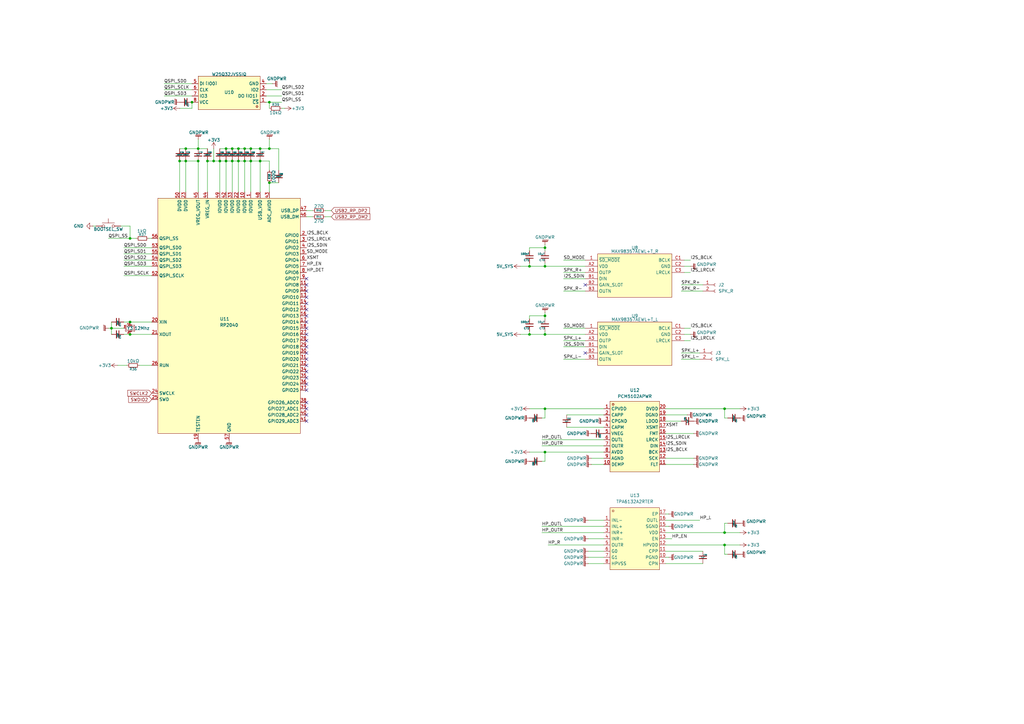
<source format=kicad_sch>
(kicad_sch (version 20250114) (generator "eeschema") (generator_version "9.0")
  (paper "A3")
  (lib_symbols
    (symbol "Connector:Conn_01x02_Socket" (pin_names (offset 1.016) (hide yes))
      (property "Reference" "J" (at 0 2.54 0))
      (property "Value" "Conn_01x02_Socket" (at 0 -5.08 0))
      (symbol "Conn_01x02_Socket_1_1"
        (polyline (pts (xy -1.27 0) (xy -0.508 0)) (stroke (width 0.1524)))
        (polyline (pts (xy -1.27 -2.54) (xy -0.508 -2.54)) (stroke (width 0.1524)))
        (arc (start 0 -0.508) (mid -0.5058 0) (end 0 0.508) (stroke (width 0.1524)))
        (arc (start 0 -3.048) (mid -0.5058 -2.54) (end 0 -2.032) (stroke (width 0.1524)))
        (pin passive line (at -5.08 0 0) (length 3.81) (name "Pin_1") (number "1"))
        (pin passive line (at -5.08 -2.54 0) (length 3.81) (name "Pin_2") (number "2"))
      )
    )
    (symbol "Device:C_Small" (pin_numbers (hide yes)) (pin_names (offset 0.254) (hide yes))
      (property "Reference" "C" (at 0.254 1.778 0))
      (property "Value" "C_Small" (at 0.254 -2.032 0))
      (symbol "C_Small_0_1"
        (polyline (pts (xy -1.524 0.508) (xy 1.524 0.508)) (stroke (width 0.3048)))
        (polyline (pts (xy -1.524 -0.508) (xy 1.524 -0.508)) (stroke (width 0.3302)))
      )
      (symbol "C_Small_1_1"
        (pin passive line (at 0 2.54 270) (length 2.032) (name "~") (number "1"))
        (pin passive line (at 0 -2.54 90) (length 2.032) (name "~") (number "2"))
      )
    )
    (symbol "Device:Crystal_GND23_Small" (pin_names (offset 1.016) (hide yes))
      (property "Reference" "Y" (at 1.27 4.445 0))
      (property "Value" "Crystal_GND23_Small" (at 1.27 2.54 0))
      (symbol "Crystal_GND23_Small_0_1"
        (polyline (pts (xy -1.27 1.27) (xy -1.27 1.905) (xy 1.27 1.905) (xy 1.27 1.27)))
        (polyline (pts (xy -1.27 -0.762) (xy -1.27 0.762)) (stroke (width 0.381)))
        (polyline (pts (xy -1.27 -1.27) (xy -1.27 -1.905) (xy 1.27 -1.905) (xy 1.27 -1.27)))
        (rectangle (start -0.762 1.524) (end 0.762 -1.524) (stroke (width 0.1524)))
        (polyline (pts (xy 1.27 -0.762) (xy 1.27 0.762)) (stroke (width 0.381)))
      )
      (symbol "Crystal_GND23_Small_1_1"
        (pin passive line (at -2.54 0 0) (length 1.27) (name "1") (number "1"))
        (pin passive line (at 0 -2.54 90) (length 0.635) (name "G") (number "2"))
        (pin passive line (at 0 -2.54 90) (length 0.635) (hide yes) (name "G") (number "3"))
        (pin passive line (at 2.54 0 180) (length 1.27) (name "4") (number "4"))
      )
    )
    (symbol "Device:R_Small" (pin_numbers (hide yes)) (pin_names (offset 0.254) (hide yes))
      (property "Reference" "R" (at 0 0 90))
      (property "Value" "R_Small" (at 1.778 0 90))
      (symbol "R_Small_0_1"
        (rectangle (start -0.762 1.778) (end 0.762 -1.778) (stroke (width 0.2032)))
      )
      (symbol "R_Small_1_1"
        (pin passive line (at 0 2.54 270) (length 0.762) (name "~") (number "1"))
        (pin passive line (at 0 -2.54 90) (length 0.762) (name "~") (number "2"))
      )
    )
    (symbol "PortaRe0:MAX98357AEWL+T"
      (property "Reference" "U" (at 0 10.16 0))
      (property "Value" "MAX98357AEWL+T" (at 0 -12.7 0))
      (symbol "MAX98357AEWL+T_0_1"
        (rectangle (start -15.24 7.62) (end 15.24 -10.16) (fill (type background)))
        (pin unspecified line (at -20.32 5.08 0) (length 5.08) (name "~{SD_MODE}") (number "1"))
        (pin unspecified line (at -20.32 2.54 0) (length 5.08) (name "VDD") (number "A2"))
        (pin unspecified line (at -20.32 0 0) (length 5.08) (name "OUTP") (number "A3"))
        (pin unspecified line (at -20.32 -2.54 0) (length 5.08) (name "DIN") (number "B1"))
        (pin unspecified line (at -20.32 -5.08 0) (length 5.08) (name "GAIN_SLOT") (number "B2"))
        (pin unspecified line (at -20.32 -7.62 0) (length 5.08) (name "OUTN") (number "B3"))
        (pin unspecified line (at 20.32 5.08 180) (length 5.08) (name "BCLK") (number "C1"))
        (pin unspecified line (at 20.32 2.54 180) (length 5.08) (name "GND") (number "C2"))
        (pin unspecified line (at 20.32 0 180) (length 5.08) (name "LRCLK") (number "C3"))
      )
    )
    (symbol "PortaRe0:PCM5102APWR"
      (property "Reference" "U" (at 0 16.51 0))
      (property "Value" "PCM5102APWR" (at 0 -16.51 0))
      (symbol "PCM5102APWR_0_1"
        (rectangle (start -10.16 14.48) (end 10.16 -14.48) (fill (type background)))
        (circle (center -8.89 13.21) (radius 0.38))
        (circle (center -8.89 13.21) (radius 0.38))
        (pin unspecified line (at -12.7 11.43 0) (length 2.54) (name "CPVDD") (number "1"))
        (pin unspecified line (at -12.7 8.89 0) (length 2.54) (name "CAPP") (number "2"))
        (pin unspecified line (at -12.7 6.35 0) (length 2.54) (name "CPGND") (number "3"))
        (pin unspecified line (at -12.7 3.81 0) (length 2.54) (name "CAPM") (number "4"))
        (pin unspecified line (at -12.7 1.27 0) (length 2.54) (name "VNEG") (number "5"))
        (pin unspecified line (at -12.7 -1.27 0) (length 2.54) (name "OUTL") (number "6"))
        (pin unspecified line (at -12.7 -3.81 0) (length 2.54) (name "OUTR") (number "7"))
        (pin unspecified line (at -12.7 -6.35 0) (length 2.54) (name "AVDD") (number "8"))
        (pin unspecified line (at -12.7 -8.89 0) (length 2.54) (name "AGND") (number "9"))
        (pin unspecified line (at -12.7 -11.43 0) (length 2.54) (name "DEMP") (number "10"))
        (pin unspecified line (at 12.7 11.43 180) (length 2.54) (name "DVDD") (number "20"))
        (pin unspecified line (at 12.7 8.89 180) (length 2.54) (name "DGND") (number "19"))
        (pin unspecified line (at 12.7 6.35 180) (length 2.54) (name "LDOO") (number "18"))
        (pin unspecified line (at 12.7 3.81 180) (length 2.54) (name "XSMT") (number "17"))
        (pin unspecified line (at 12.7 1.27 180) (length 2.54) (name "FMT") (number "16"))
        (pin unspecified line (at 12.7 -1.27 180) (length 2.54) (name "LRCK") (number "15"))
        (pin unspecified line (at 12.7 -3.81 180) (length 2.54) (name "DIN") (number "14"))
        (pin unspecified line (at 12.7 -6.35 180) (length 2.54) (name "BCK") (number "13"))
        (pin unspecified line (at 12.7 -8.89 180) (length 2.54) (name "SCK") (number "12"))
        (pin unspecified line (at 12.7 -11.43 180) (length 2.54) (name "FLT") (number "11"))
      )
    )
    (symbol "PortaRe0:RP2040"
      (property "Reference" "U" (at 0 58.42 0))
      (property "Value" "RP2040" (at 0 -53.34 0))
      (symbol "RP2040_0_1"
        (rectangle (start -29.21 50.8) (end 29.21 -45.72) (fill (type background)))
        (pin bidirectional line (at -31.75 34.29 0) (length 2.54) (name "QSPI_SS") (number "56"))
        (pin bidirectional line (at -31.75 30.48 0) (length 2.54) (name "QSPI_SD0") (number "53"))
        (pin bidirectional line (at -31.75 27.94 0) (length 2.54) (name "QSPI_SD1") (number "55"))
        (pin bidirectional line (at -31.75 25.4 0) (length 2.54) (name "QSPI_SD2") (number "54"))
        (pin bidirectional line (at -31.75 22.86 0) (length 2.54) (name "QSPI_SD3") (number "51"))
        (pin output line (at -31.75 19.05 0) (length 2.54) (name "QSPI_SCLK") (number "52"))
        (pin input line (at -31.75 0 0) (length 2.54) (name "XIN") (number "20"))
        (pin unspecified line (at -31.75 -5.08 0) (length 2.54) (name "XOUT") (number "21"))
        (pin input line (at -31.75 -17.78 0) (length 2.54) (name "RUN") (number "26"))
        (pin output line (at -31.75 -29.21 0) (length 2.54) (name "SWCLK") (number "24"))
        (pin bidirectional line (at -31.75 -31.75 0) (length 2.54) (name "SWD") (number "25"))
        (pin bidirectional line (at -20.32 53.34 270) (length 2.54) (name "DVDD") (number "50"))
        (pin bidirectional line (at -17.78 53.34 270) (length 2.54) (name "DVDD") (number "23"))
        (pin bidirectional line (at -12.7 53.34 270) (length 2.54) (name "VREG_VOUT") (number "45"))
        (pin unspecified line (at -12.7 -48.26 90) (length 2.54) (name "TESTEN") (number "19"))
        (pin bidirectional line (at -8.89 53.34 270) (length 2.54) (name "VREG_IN") (number "44"))
        (pin bidirectional line (at -3.81 53.34 270) (length 2.54) (name "IOVDD") (number "49"))
        (pin bidirectional line (at -1.27 53.34 270) (length 2.54) (name "IOVDD") (number "42"))
        (pin bidirectional line (at 0 -48.26 90) (length 2.54) (name "GND") (number "57"))
        (pin bidirectional line (at 1.27 53.34 270) (length 2.54) (name "IOVDD") (number "33"))
        (pin bidirectional line (at 3.81 53.34 270) (length 2.54) (name "IOVDD") (number "22"))
        (pin bidirectional line (at 6.35 53.34 270) (length 2.54) (name "IOVDD") (number "10"))
        (pin bidirectional line (at 8.89 53.34 270) (length 2.54) (name "IOVDD") (number "1"))
        (pin bidirectional line (at 12.7 53.34 270) (length 2.54) (name "USB_VDD") (number "48"))
        (pin bidirectional line (at 16.51 53.34 270) (length 2.54) (name "ADC_AVDD") (number "43"))
        (pin bidirectional line (at 31.75 45.72 180) (length 2.54) (name "USB_DP") (number "47"))
        (pin bidirectional line (at 31.75 43.18 180) (length 2.54) (name "USB_DM") (number "46"))
        (pin bidirectional line (at 31.75 35.56 180) (length 2.54) (name "GPIO0") (number "2"))
        (pin bidirectional line (at 31.75 33.02 180) (length 2.54) (name "GPIO1") (number "3"))
        (pin bidirectional line (at 31.75 30.48 180) (length 2.54) (name "GPIO2") (number "4"))
        (pin bidirectional line (at 31.75 27.94 180) (length 2.54) (name "GPIO3") (number "5"))
        (pin bidirectional line (at 31.75 25.4 180) (length 2.54) (name "GPIO4") (number "6"))
        (pin bidirectional line (at 31.75 22.86 180) (length 2.54) (name "GPIO5") (number "7"))
        (pin bidirectional line (at 31.75 20.32 180) (length 2.54) (name "GPIO6") (number "8"))
        (pin bidirectional line (at 31.75 17.78 180) (length 2.54) (name "GPIO7") (number "9"))
        (pin bidirectional line (at 31.75 15.24 180) (length 2.54) (name "GPIO8") (number "11"))
        (pin bidirectional line (at 31.75 12.7 180) (length 2.54) (name "GPIO9") (number "12"))
        (pin bidirectional line (at 31.75 10.16 180) (length 2.54) (name "GPIO10") (number "13"))
        (pin bidirectional line (at 31.75 7.62 180) (length 2.54) (name "GPIO11") (number "14"))
        (pin bidirectional line (at 31.75 5.08 180) (length 2.54) (name "GPIO12") (number "15"))
        (pin bidirectional line (at 31.75 2.54 180) (length 2.54) (name "GPIO13") (number "16"))
        (pin bidirectional line (at 31.75 0 180) (length 2.54) (name "GPIO14") (number "17"))
        (pin bidirectional line (at 31.75 -2.54 180) (length 2.54) (name "GPIO15") (number "18"))
        (pin bidirectional line (at 31.75 -5.08 180) (length 2.54) (name "GPIO16") (number "27"))
        (pin bidirectional line (at 31.75 -7.62 180) (length 2.54) (name "GPIO17") (number "28"))
        (pin bidirectional line (at 31.75 -10.16 180) (length 2.54) (name "GPIO18") (number "29"))
        (pin bidirectional line (at 31.75 -12.7 180) (length 2.54) (name "GPIO19") (number "30"))
        (pin bidirectional line (at 31.75 -15.24 180) (length 2.54) (name "GPIO20") (number "31"))
        (pin bidirectional line (at 31.75 -17.78 180) (length 2.54) (name "GPIO21") (number "32"))
        (pin bidirectional line (at 31.75 -20.32 180) (length 2.54) (name "GPIO22") (number "34"))
        (pin bidirectional line (at 31.75 -22.86 180) (length 2.54) (name "GPIO23") (number "35"))
        (pin bidirectional line (at 31.75 -25.4 180) (length 2.54) (name "GPIO24") (number "36"))
        (pin bidirectional line (at 31.75 -27.94 180) (length 2.54) (name "GPIO25") (number "37"))
        (pin bidirectional line (at 31.75 -33.02 180) (length 2.54) (name "GPIO26_ADC0") (number "38"))
        (pin bidirectional line (at 31.75 -35.56 180) (length 2.54) (name "GPIO27_ADC1") (number "39"))
        (pin bidirectional line (at 31.75 -38.1 180) (length 2.54) (name "GPIO28_ADC2") (number "40"))
        (pin bidirectional line (at 31.75 -40.64 180) (length 2.54) (name "GPIO29_ADC3") (number "41"))
      )
    )
    (symbol "PortaRe0:TPA6132A2RTER"
      (property "Reference" "U" (at 0 15.24 0))
      (property "Value" "TPA6132A2RTER" (at 0 -15.24 0))
      (symbol "TPA6132A2RTER_0_1"
        (rectangle (start -10.16 12.7) (end 10.16 -12.7) (fill (type background)))
        (circle (center -8.89 11.43) (radius 0.38))
        (pin unspecified line (at -12.7 7.62 0) (length 2.54) (name "INL-") (number "1"))
        (pin unspecified line (at -12.7 5.08 0) (length 2.54) (name "INL+") (number "2"))
        (pin unspecified line (at -12.7 2.54 0) (length 2.54) (name "INR+") (number "3"))
        (pin unspecified line (at -12.7 0 0) (length 2.54) (name "INR-") (number "4"))
        (pin unspecified line (at -12.7 -2.54 0) (length 2.54) (name "OUTR") (number "5"))
        (pin unspecified line (at -12.7 -5.08 0) (length 2.54) (name "G0") (number "6"))
        (pin unspecified line (at -12.7 -7.62 0) (length 2.54) (name "G1") (number "7"))
        (pin unspecified line (at -12.7 -10.16 0) (length 2.54) (name "HPVSS") (number "8"))
        (pin unspecified line (at 12.7 10.16 180) (length 2.54) (name "EP") (number "17"))
        (pin unspecified line (at 12.7 7.62 180) (length 2.54) (name "OUTL") (number "16"))
        (pin unspecified line (at 12.7 5.08 180) (length 2.54) (name "SGND") (number "15"))
        (pin unspecified line (at 12.7 2.54 180) (length 2.54) (name "VDD") (number "14"))
        (pin unspecified line (at 12.7 0 180) (length 2.54) (name "EN") (number "13"))
        (pin unspecified line (at 12.7 -2.54 180) (length 2.54) (name "HPVDD") (number "12"))
        (pin unspecified line (at 12.7 -5.08 180) (length 2.54) (name "CPP") (number "11"))
        (pin unspecified line (at 12.7 -7.62 180) (length 2.54) (name "PGND") (number "10"))
        (pin unspecified line (at 12.7 -10.16 180) (length 2.54) (name "CPN") (number "9"))
      )
    )
    (symbol "PortaRe0:W25Q32JVSSIQ"
      (property "Reference" "U" (at 0 8.89 0))
      (property "Value" "W25Q32JVSSIQ" (at 0 -8.89 0))
      (symbol "W25Q32JVSSIQ_0_1"
        (rectangle (start -12.7 6.86) (end 12.7 -6.86) (fill (type background)))
        (circle (center -11.43 5.59) (radius 0.38))
        (circle (center -11.43 5.59) (radius 0.38))
        (pin unspecified line (at -15.24 3.81 0) (length 2.54) (name "~{CS}") (number "1"))
        (pin unspecified line (at -15.24 1.27 0) (length 2.54) (name "DO（IO1）") (number "2"))
        (pin unspecified line (at -15.24 -1.27 0) (length 2.54) (name "IO2") (number "3"))
        (pin unspecified line (at -15.24 -3.81 0) (length 2.54) (name "GND") (number "4"))
        (pin unspecified line (at 15.24 3.81 180) (length 2.54) (name "VCC") (number "8"))
        (pin unspecified line (at 15.24 1.27 180) (length 2.54) (name "IO3") (number "7"))
        (pin unspecified line (at 15.24 -1.27 180) (length 2.54) (name "CLK") (number "6"))
        (pin unspecified line (at 15.24 -3.81 180) (length 2.54) (name "DI（IO0）") (number "5"))
      )
    )
    (symbol "Switch:SW_Push" (pin_numbers (hide yes)) (pin_names (offset 1.016) (hide yes))
      (property "Reference" "SW" (at 1.27 2.54 0))
      (property "Value" "SW_Push" (at 0 -1.524 0))
      (symbol "SW_Push_0_1"
        (circle (center -2.032 0) (radius 0.508))
        (polyline (pts (xy 0 1.27) (xy 0 3.048)))
        (circle (center 2.032 0) (radius 0.508))
        (polyline (pts (xy 2.54 1.27) (xy -2.54 1.27)))
        (pin passive line (at -5.08 0 0) (length 2.54) (name "1") (number "1"))
        (pin passive line (at 5.08 0 180) (length 2.54) (name "2") (number "2"))
      )
    )
    (symbol "power:+3V3" (power) (pin_numbers (hide yes)) (pin_names (offset 0) (hide yes))
      (property "Value" "+3V3" (at 0 3.556 0))
      (symbol "+3V3_0_1"
        (polyline (pts (xy -0.762 1.27) (xy 0 2.54)))
        (polyline (pts (xy 0 2.54) (xy 0.762 1.27)))
        (polyline (pts (xy 0 0) (xy 0 2.54)))
      )
      (symbol "+3V3_1_1"
        (pin power_in line (at 0 0 90) (length 0) (name "~") (number "1"))
      )
    )
    (symbol "power:5V_SYS" (power) (pin_numbers (hide yes)) (pin_names (offset 0) (hide yes))
      (property "Value" "5V_SYS" (at 0 3.556 0))
      (symbol "5V_SYS_0_1"
        (polyline (pts (xy -0.762 1.27) (xy 0 2.54)))
        (polyline (pts (xy 0 2.54) (xy 0.762 1.27)))
        (polyline (pts (xy 0 0) (xy 0 2.54)))
      )
      (symbol "5V_SYS_1_1"
        (pin power_in line (at 0 0 90) (length 0) (name "~") (number "1"))
      )
    )
    (symbol "power:GND" (power) (pin_numbers (hide yes)) (pin_names (offset 0) (hide yes))
      (property "Value" "GND" (at 0 -3.81 0))
      (symbol "GND_0_1"
        (polyline (pts (xy 0 0) (xy 0 -1.27) (xy 1.27 -1.27) (xy 0 -2.54) (xy -1.27 -1.27) (xy 0 -1.27)))
      )
      (symbol "GND_1_1"
        (pin power_in line (at 0 0 270) (length 0) (name "~") (number "1"))
      )
    )
    (symbol "power:GNDPWR" (power) (pin_numbers (hide yes)) (pin_names (offset 0) (hide yes))
      (property "Value" "GNDPWR" (at 0 -3.302 0))
      (symbol "GNDPWR_0_1"
        (polyline (pts (xy -1.016 -1.27) (xy -1.27 -2.032) (xy -1.27 -2.032)) (stroke (width 0.2032)))
        (polyline (pts (xy -0.508 -1.27) (xy -0.762 -2.032) (xy -0.762 -2.032)) (stroke (width 0.2032)))
        (polyline (pts (xy 0 -1.27) (xy 0 0)))
        (polyline (pts (xy 0 -1.27) (xy -0.254 -2.032) (xy -0.254 -2.032)) (stroke (width 0.2032)))
        (polyline (pts (xy 0.508 -1.27) (xy 0.254 -2.032) (xy 0.254 -2.032)) (stroke (width 0.2032)))
        (polyline (pts (xy 1.016 -1.27) (xy -1.016 -1.27) (xy -1.016 -1.27)) (stroke (width 0.2032)))
        (polyline (pts (xy 1.016 -1.27) (xy 0.762 -2.032) (xy 0.762 -2.032) (xy 0.762 -2.032)) (stroke (width 0.2032)))
      )
      (symbol "GNDPWR_1_1"
        (pin power_in line (at 0 0 270) (length 0) (name "~") (number "1"))
      )
    )
  )
  (junction (at 81.28 66.04))
  (junction (at 297.18 167.64))
  (junction (at 85.09 66.04))
  (junction (at 81.28 60.96))
  (junction (at 95.25 60.96))
  (junction (at 110.49 60.96))
  (junction (at 90.17 66.04))
  (junction (at 45.72 134.62))
  (junction (at 223.52 137.16))
  (junction (at 217.17 109.22))
  (junction (at 217.17 137.16))
  (junction (at 53.34 132.08))
  (junction (at 53.34 137.16))
  (junction (at 53.34 97.79))
  (junction (at 97.79 60.96))
  (junction (at 106.68 60.96))
  (junction (at 78.74 41.91))
  (junction (at 95.25 66.04))
  (junction (at 92.71 66.04))
  (junction (at 223.52 109.22))
  (junction (at 76.2 66.04))
  (junction (at 223.52 129.54))
  (junction (at 92.71 60.96))
  (junction (at 102.87 60.96))
  (junction (at 97.79 66.04))
  (junction (at 223.52 167.64))
  (junction (at 106.68 66.04))
  (junction (at 87.63 66.04))
  (junction (at 110.49 41.91))
  (junction (at 100.33 60.96))
  (junction (at 223.52 101.6))
  (junction (at 223.52 185.42))
  (junction (at 76.2 60.96))
  (junction (at 100.33 66.04))
  (junction (at 297.18 223.52))
  (junction (at 110.49 74.93))
  (junction (at 297.18 218.44))
  (junction (at 73.66 66.04))
  (junction (at 102.87 66.04))
  (no_connect (at 125.73 119.38))
  (no_connect (at 125.73 142.24))
  (no_connect (at 125.73 144.78))
  (no_connect (at 125.73 172.72))
  (no_connect (at 125.73 116.84))
  (no_connect (at 125.73 124.46))
  (no_connect (at 125.73 137.16))
  (no_connect (at 125.73 167.64))
  (no_connect (at 125.73 139.7))
  (no_connect (at 125.73 152.4))
  (no_connect (at 240.03 116.84))
  (no_connect (at 125.73 147.32))
  (no_connect (at 240.03 144.78))
  (no_connect (at 125.73 132.08))
  (no_connect (at 125.73 160.02))
  (no_connect (at 125.73 154.94))
  (no_connect (at 125.73 157.48))
  (no_connect (at 125.73 114.3))
  (no_connect (at 125.73 127))
  (no_connect (at 125.73 165.1))
  (no_connect (at 125.73 149.86))
  (no_connect (at 125.73 170.18))
  (no_connect (at 125.73 134.62))
  (no_connect (at 125.73 121.92))
  (no_connect (at 125.73 129.54))
  (wire (pts (xy 224.79 223.52) (xy 247.65 223.52)))
  (wire (pts (xy 114.3 69.85) (xy 114.3 60.96)))
  (wire (pts (xy 50.8 106.68) (xy 62.23 106.68)))
  (wire (pts (xy 100.33 60.96) (xy 97.79 60.96)))
  (wire (pts (xy 50.8 113.03) (xy 62.23 113.03)))
  (wire (pts (xy 50.8 101.6) (xy 62.23 101.6)))
  (wire (pts (xy 231.14 139.7) (xy 240.03 139.7)))
  (wire (pts (xy 128.27 86.36) (xy 125.73 86.36)))
  (wire (pts (xy 45.72 137.16) (xy 45.72 134.62)))
  (wire (pts (xy 283.21 137.16) (xy 280.67 137.16)))
  (wire (pts (xy 231.14 119.38) (xy 240.03 119.38)))
  (wire (pts (xy 213.36 137.16) (xy 217.17 137.16)))
  (wire (pts (xy 50.8 109.22) (xy 62.23 109.22)))
  (wire (pts (xy 223.52 189.23) (xy 223.52 185.42)))
  (wire (pts (xy 283.21 106.68) (xy 280.67 106.68)))
  (wire (pts (xy 95.25 66.04) (xy 95.25 78.74)))
  (wire (pts (xy 73.66 66.04) (xy 76.2 66.04)))
  (wire (pts (xy 50.8 104.14) (xy 62.23 104.14)))
  (wire (pts (xy 241.3 231.14) (xy 247.65 231.14)))
  (wire (pts (xy 100.33 66.04) (xy 100.33 78.74)))
  (wire (pts (xy 283.21 109.22) (xy 280.67 109.22)))
  (wire (pts (xy 297.18 223.52) (xy 303.53 223.52)))
  (wire (pts (xy 223.52 185.42) (xy 247.65 185.42)))
  (wire (pts (xy 284.48 187.96) (xy 273.05 187.96)))
  (wire (pts (xy 279.4 172.72) (xy 273.05 172.72)))
  (wire (pts (xy 53.34 132.08) (xy 62.23 132.08)))
  (wire (pts (xy 110.49 41.91) (xy 110.49 44.45)))
  (wire (pts (xy 223.52 167.64) (xy 217.17 167.64)))
  (wire (pts (xy 87.63 66.04) (xy 85.09 66.04)))
  (wire (pts (xy 298.45 171.45) (xy 297.18 171.45)))
  (wire (pts (xy 50.8 137.16) (xy 53.34 137.16)))
  (wire (pts (xy 217.17 135.89) (xy 217.17 137.16)))
  (wire (pts (xy 297.18 167.64) (xy 303.53 167.64)))
  (wire (pts (xy 106.68 66.04) (xy 106.68 78.74)))
  (wire (pts (xy 97.79 60.96) (xy 95.25 60.96)))
  (wire (pts (xy 297.18 218.44) (xy 303.53 218.44)))
  (wire (pts (xy 97.79 66.04) (xy 97.79 78.74)))
  (wire (pts (xy 217.17 129.54) (xy 217.17 130.81)))
  (wire (pts (xy 283.21 139.7) (xy 280.67 139.7)))
  (wire (pts (xy 287.02 213.36) (xy 273.05 213.36)))
  (wire (pts (xy 48.26 149.86) (xy 52.07 149.86)))
  (wire (pts (xy 283.21 134.62) (xy 280.67 134.62)))
  (wire (pts (xy 284.48 177.8) (xy 273.05 177.8)))
  (wire (pts (xy 231.14 134.62) (xy 240.03 134.62)))
  (wire (pts (xy 115.57 36.83) (xy 109.22 36.83)))
  (wire (pts (xy 102.87 60.96) (xy 106.68 60.96)))
  (wire (pts (xy 87.63 60.96) (xy 87.63 66.04)))
  (wire (pts (xy 67.31 39.37) (xy 78.74 39.37)))
  (wire (pts (xy 76.2 66.04) (xy 81.28 66.04)))
  (wire (pts (xy 217.17 129.54) (xy 223.52 129.54)))
  (wire (pts (xy 128.27 88.9) (xy 125.73 88.9)))
  (wire (pts (xy 45.72 134.62) (xy 45.72 132.08)))
  (wire (pts (xy 281.94 170.18) (xy 273.05 170.18)))
  (wire (pts (xy 57.15 149.86) (xy 62.23 149.86)))
  (wire (pts (xy 274.32 210.82) (xy 273.05 210.82)))
  (wire (pts (xy 110.49 69.85) (xy 110.49 66.04)))
  (wire (pts (xy 55.88 97.79) (xy 53.34 97.79)))
  (wire (pts (xy 81.28 66.04) (xy 81.28 78.74)))
  (wire (pts (xy 95.25 66.04) (xy 97.79 66.04)))
  (wire (pts (xy 297.18 227.33) (xy 297.18 223.52)))
  (wire (pts (xy 110.49 74.93) (xy 110.49 78.74)))
  (wire (pts (xy 38.1 92.71) (xy 39.37 92.71)))
  (wire (pts (xy 223.52 171.45) (xy 223.52 167.64)))
  (wire (pts (xy 274.32 228.6) (xy 273.05 228.6)))
  (wire (pts (xy 223.52 135.89) (xy 223.52 137.16)))
  (wire (pts (xy 110.49 57.15) (xy 110.49 60.96)))
  (wire (pts (xy 222.25 182.88) (xy 247.65 182.88)))
  (wire (pts (xy 60.96 97.79) (xy 62.23 97.79)))
  (wire (pts (xy 76.2 66.04) (xy 76.2 78.74)))
  (wire (pts (xy 279.4 119.38) (xy 288.29 119.38)))
  (wire (pts (xy 90.17 66.04) (xy 92.71 66.04)))
  (wire (pts (xy 78.74 44.45) (xy 78.74 41.91)))
  (wire (pts (xy 242.57 187.96) (xy 247.65 187.96)))
  (wire (pts (xy 217.17 101.6) (xy 223.52 101.6)))
  (wire (pts (xy 106.68 66.04) (xy 110.49 66.04)))
  (wire (pts (xy 223.52 107.95) (xy 223.52 109.22)))
  (wire (pts (xy 222.25 180.34) (xy 247.65 180.34)))
  (wire (pts (xy 133.35 86.36) (xy 135.89 86.36)))
  (wire (pts (xy 53.34 92.71) (xy 53.34 97.79)))
  (wire (pts (xy 241.3 226.06) (xy 247.65 226.06)))
  (wire (pts (xy 284.48 190.5) (xy 273.05 190.5)))
  (wire (pts (xy 231.14 147.32) (xy 240.03 147.32)))
  (wire (pts (xy 111.76 34.29) (xy 109.22 34.29)))
  (wire (pts (xy 114.3 60.96) (xy 110.49 60.96)))
  (wire (pts (xy 217.17 137.16) (xy 223.52 137.16)))
  (wire (pts (xy 109.22 41.91) (xy 110.49 41.91)))
  (wire (pts (xy 231.14 114.3) (xy 240.03 114.3)))
  (wire (pts (xy 298.45 214.63) (xy 297.18 214.63)))
  (wire (pts (xy 241.3 228.6) (xy 247.65 228.6)))
  (wire (pts (xy 53.34 137.16) (xy 62.23 137.16)))
  (wire (pts (xy 73.66 60.96) (xy 76.2 60.96)))
  (wire (pts (xy 223.52 128.27) (xy 223.52 129.54)))
  (wire (pts (xy 223.52 101.6) (xy 223.52 102.87)))
  (wire (pts (xy 231.14 111.76) (xy 240.03 111.76)))
  (wire (pts (xy 222.25 215.9) (xy 247.65 215.9)))
  (wire (pts (xy 44.45 97.79) (xy 53.34 97.79)))
  (wire (pts (xy 231.14 106.68) (xy 240.03 106.68)))
  (wire (pts (xy 100.33 66.04) (xy 102.87 66.04)))
  (wire (pts (xy 231.14 142.24) (xy 240.03 142.24)))
  (wire (pts (xy 73.66 66.04) (xy 73.66 78.74)))
  (wire (pts (xy 223.52 137.16) (xy 240.03 137.16)))
  (wire (pts (xy 232.41 175.26) (xy 247.65 175.26)))
  (wire (pts (xy 67.31 36.83) (xy 78.74 36.83)))
  (wire (pts (xy 85.09 66.04) (xy 85.09 78.74)))
  (wire (pts (xy 274.32 215.9) (xy 273.05 215.9)))
  (wire (pts (xy 67.31 34.29) (xy 78.74 34.29)))
  (wire (pts (xy 45.72 134.62) (xy 50.8 134.62)))
  (wire (pts (xy 223.52 167.64) (xy 247.65 167.64)))
  (wire (pts (xy 116.84 44.45) (xy 115.57 44.45)))
  (wire (pts (xy 297.18 223.52) (xy 273.05 223.52)))
  (wire (pts (xy 133.35 88.9) (xy 135.89 88.9)))
  (wire (pts (xy 298.45 227.33) (xy 297.18 227.33)))
  (wire (pts (xy 110.49 41.91) (xy 115.57 41.91)))
  (wire (pts (xy 279.4 147.32) (xy 287.02 147.32)))
  (wire (pts (xy 297.18 214.63) (xy 297.18 218.44)))
  (wire (pts (xy 242.57 190.5) (xy 247.65 190.5)))
  (wire (pts (xy 273.05 226.06) (xy 288.29 226.06)))
  (wire (pts (xy 222.25 189.23) (xy 223.52 189.23)))
  (wire (pts (xy 241.3 213.36) (xy 247.65 213.36)))
  (wire (pts (xy 279.4 144.78) (xy 287.02 144.78)))
  (wire (pts (xy 223.52 185.42) (xy 217.17 185.42)))
  (wire (pts (xy 115.57 39.37) (xy 109.22 39.37)))
  (wire (pts (xy 275.59 220.98) (xy 273.05 220.98)))
  (wire (pts (xy 223.52 109.22) (xy 240.03 109.22)))
  (wire (pts (xy 44.45 134.62) (xy 45.72 134.62)))
  (wire (pts (xy 213.36 109.22) (xy 217.17 109.22)))
  (wire (pts (xy 92.71 66.04) (xy 95.25 66.04)))
  (wire (pts (xy 110.49 74.93) (xy 114.3 74.93)))
  (wire (pts (xy 223.52 100.33) (xy 223.52 101.6)))
  (wire (pts (xy 92.71 60.96) (xy 90.17 60.96)))
  (wire (pts (xy 95.25 60.96) (xy 92.71 60.96)))
  (wire (pts (xy 73.66 44.45) (xy 78.74 44.45)))
  (wire (pts (xy 90.17 66.04) (xy 90.17 78.74)))
  (wire (pts (xy 76.2 60.96) (xy 81.28 60.96)))
  (wire (pts (xy 279.4 116.84) (xy 288.29 116.84)))
  (wire (pts (xy 223.52 129.54) (xy 223.52 130.81)))
  (wire (pts (xy 50.8 132.08) (xy 53.34 132.08)))
  (wire (pts (xy 283.21 111.76) (xy 280.67 111.76)))
  (wire (pts (xy 87.63 66.04) (xy 90.17 66.04)))
  (wire (pts (xy 92.71 66.04) (xy 92.71 78.74)))
  (wire (pts (xy 81.28 60.96) (xy 81.28 57.15)))
  (wire (pts (xy 102.87 66.04) (xy 102.87 78.74)))
  (wire (pts (xy 222.25 171.45) (xy 223.52 171.45)))
  (wire (pts (xy 217.17 107.95) (xy 217.17 109.22)))
  (wire (pts (xy 297.18 171.45) (xy 297.18 167.64)))
  (wire (pts (xy 222.25 218.44) (xy 247.65 218.44)))
  (wire (pts (xy 102.87 60.96) (xy 100.33 60.96)))
  (wire (pts (xy 85.09 60.96) (xy 81.28 60.96)))
  (wire (pts (xy 297.18 167.64) (xy 273.05 167.64)))
  (wire (pts (xy 106.68 60.96) (xy 110.49 60.96)))
  (wire (pts (xy 273.05 231.14) (xy 288.29 231.14)))
  (wire (pts (xy 217.17 109.22) (xy 223.52 109.22)))
  (wire (pts (xy 232.41 170.18) (xy 247.65 170.18)))
  (wire (pts (xy 97.79 66.04) (xy 100.33 66.04)))
  (wire (pts (xy 297.18 218.44) (xy 273.05 218.44)))
  (wire (pts (xy 241.3 220.98) (xy 247.65 220.98)))
  (wire (pts (xy 49.53 92.71) (xy 53.34 92.71)))
  (wire (pts (xy 102.87 66.04) (xy 106.68 66.04)))
  (wire (pts (xy 217.17 101.6) (xy 217.17 102.87)))
  (label "I2S_BCLK" (at 283.21 106.68 0))
  (label "QSPI_SD0" (at 67.31 34.29 0))
  (label "I2S_BCLK" (at 283.21 134.62 0))
  (label "I2S_BCLK" (at 125.73 96.52 0))
  (label "SPK_L-" (at 231.14 147.32 0))
  (label "SPK_R+" (at 279.4 116.84 0))
  (label "QSPI_SD1" (at 115.57 39.37 0))
  (label "HP_R" (at 224.79 223.52 0))
  (label "HP_EN" (at 275.59 220.98 0))
  (label "I2S_SDIN" (at 231.14 142.24 0))
  (label "HP_OUTL" (at 222.25 180.34 0))
  (label "SD_MODE" (at 125.73 104.14 0))
  (label "QSPI_SD3" (at 67.31 39.37 0))
  (label "XSMT" (at 273.05 175.26 0))
  (label "I2S_LRCLK" (at 273.05 180.34 0))
  (label "QSPI_SD1" (at 50.8 104.14 0))
  (label "I2S_LRCLK" (at 283.21 111.76 0))
  (label "HP_EN" (at 125.73 109.22 0))
  (label "SD_MODE" (at 231.14 106.68 0))
  (label "XSMT" (at 125.73 106.68 0))
  (label "HP_OUTR" (at 222.25 182.88 0))
  (label "I2S_SDIN" (at 231.14 114.3 0))
  (label "I2S_SDIN" (at 125.73 101.6 0))
  (label "I2S_BCLK" (at 273.05 185.42 0))
  (label "QSPI_SS" (at 115.57 41.91 0))
  (label "QSPI_SD2" (at 50.8 106.68 0))
  (label "SD_MODE" (at 231.14 134.62 0))
  (label "I2S_LRCLK" (at 125.73 99.06 0))
  (label "QSPI_SCLK" (at 67.31 36.83 0))
  (label "I2S_LRCLK" (at 283.21 139.7 0))
  (label "QSPI_SD3" (at 50.8 109.22 0))
  (label "SPK_L+" (at 231.14 139.7 0))
  (label "SPK_L+" (at 279.4 144.78 0))
  (label "QSPI_SS" (at 44.45 97.79 0))
  (label "HP_DET" (at 125.73 111.76 0))
  (label "QSPI_SD2" (at 115.57 36.83 0))
  (label "SPK_R-" (at 231.14 119.38 0))
  (label "I2S_SDIN" (at 273.05 182.88 0))
  (label "SPK_R-" (at 279.4 119.38 0))
  (label "SPK_L-" (at 279.4 147.32 0))
  (label "SPK_R+" (at 231.14 111.76 0))
  (label "HP_L" (at 287.02 213.36 0))
  (label "HP_OUTR" (at 222.25 218.44 0))
  (label "QSPI_SD0" (at 50.8 101.6 0))
  (label "QSPI_SCLK" (at 50.8 113.03 0))
  (label "HP_OUTL" (at 222.25 215.9 0))
  (global_label "SWCLK2" (shape input) (at 62.23 161.29 180) (property "Intersheetrefs" "${INTERSHEET_REFS}" (effects (hide yes))))
  (global_label "USB2_RP_DP2" (shape input) (at 135.89 86.36 0) (property "Intersheetrefs" "${INTERSHEET_REFS}" (effects (hide yes))))
  (global_label "USB2_RP_DM2" (shape input) (at 135.89 88.9 0) (property "Intersheetrefs" "${INTERSHEET_REFS}" (effects (hide yes))))
  (global_label "SWDIO2" (shape input) (at 62.23 163.83 180) (property "Intersheetrefs" "${INTERSHEET_REFS}" (effects (hide yes))))
  (symbol (lib_id "Device:C_Small") (at 217.17 105.41 180) (unit 1)
    (property "Reference" "C71" (at 217.17 106.68 0) (effects (font (size 0.762 0.762)) (justify left)))
    (property "Value" "100nF" (at 217.17 104.14 0) (effects (font (size 0.762 0.762)) (justify left)))
    (property "Description" "Unpolarized capacitor, small symbol" (effects (hide yes)))
  )
  (symbol (lib_id "power:GNDPWR") (at 110.49 57.15 180) (unit 1)
    (property "Reference" "#PWR0138" (effects (hide yes)))
    (property "Value" "GNDPWR" (at 110.744 54.356 0))
    (property "Description" "Power symbol creates a global label with name \"GNDPWR\" , global ground" (effects (hide yes)))
  )
  (symbol (lib_id "PortaRe0:MAX98357AEWL+T") (at 260.35 111.76 0) (unit 1)
    (property "Reference" "U8" (at 260.35 101.6 0))
    (property "Value" "MAX98357AEWL+T_R" (at 260.35 103.124 0))
    (property "Footprint" "PortaRe0:WLP-9_L1.4-W1.3-P0.40-R3-C3-BR" (effects (hide yes)))
    (property "LCSC Part" "C2682619" (effects (hide yes)))
  )
  (symbol (lib_id "Device:C_Small") (at 114.3 72.39 0) (mirror y) (unit 1)
    (property "Reference" "C88" (at 116.078 71.374 0) (effects (font (size 0.508 0.508)) (justify left)))
    (property "Value" "100nF" (at 115.57 72.39 0) (effects (font (size 0.508 0.508)) (justify left)))
    (property "Description" "Unpolarized capacitor, small symbol" (effects (hide yes)))
  )
  (symbol (lib_id "Device:C_Small") (at 97.79 63.5 0) (mirror y) (unit 1)
    (property "Reference" "C84" (at 99.568 62.484 0) (effects (font (size 0.508 0.508)) (justify left)))
    (property "Value" "100nF" (at 99.06 63.5 0) (effects (font (size 0.508 0.508)) (justify left)))
    (property "Description" "Unpolarized capacitor, small symbol" (effects (hide yes)))
  )
  (symbol (lib_id "Device:C_Small") (at 223.52 105.41 180) (unit 1)
    (property "Reference" "C70" (at 223.52 106.68 0) (effects (font (size 0.762 0.762)) (justify left)))
    (property "Value" "10μF" (at 223.52 104.14 0) (effects (font (size 0.762 0.762)) (justify left)))
    (property "Description" "Unpolarized capacitor, small symbol" (effects (hide yes)))
  )
  (symbol (lib_id "power:GNDPWR") (at 241.3 228.6 270) (unit 1)
    (property "Reference" "#PWR0157" (effects (hide yes)))
    (property "Value" "GNDPWR" (at 239.268 228.6 90) (effects (justify right)))
    (property "Description" "Power symbol creates a global label with name \"GNDPWR\" , global ground" (effects (hide yes)))
  )
  (symbol (lib_id "PortaRe0:MAX98357AEWL+T") (at 260.35 139.7 0) (unit 1)
    (property "Reference" "U9" (at 260.35 129.54 0))
    (property "Value" "MAX98357AEWL+T_L" (at 260.35 131.064 0))
    (property "Footprint" "PortaRe0:WLP-9_L1.4-W1.3-P0.40-R3-C3-BR" (effects (hide yes)))
    (property "LCSC Part" "C2682619" (effects (hide yes)))
  )
  (symbol (lib_id "power:GNDPWR") (at 242.57 177.8 270) (unit 1)
    (property "Reference" "#PWR0146" (effects (hide yes)))
    (property "Value" "GNDPWR" (at 240.538 177.8 90) (effects (justify right)))
    (property "Description" "Power symbol creates a global label with name \"GNDPWR\" , global ground" (effects (hide yes)))
  )
  (symbol (lib_id "power:GNDPWR") (at 111.76 34.29 90) (unit 1)
    (property "Reference" "#PWR0139" (effects (hide yes)))
    (property "Value" "GNDPWR" (at 113.538 32.258 90))
    (property "Description" "Power symbol creates a global label with name \"GNDPWR\" , global ground" (effects (hide yes)))
  )
  (symbol (lib_id "PortaRe0:PCM5102APWR") (at 260.35 179.07 0) (unit 1)
    (property "Reference" "U12" (at 260.35 160.02 0))
    (property "Value" "PCM5102APWR" (at 260.35 162.56 0))
    (property "Footprint" "PortaRe0:TSSOP-20_L6.5-W4.4-P0.65-LS6.4-BL" (effects (hide yes)))
    (property "Datasheet" "https://lcsc.com/product-detail/Audio-A-D-Converter-ICs_TI_PCM5102APWR_PCM5102APWR_C107671.html" (effects (hide yes)))
    (property "LCSC Part" "C107671" (effects (hide yes)))
  )
  (symbol (lib_id "power:GNDPWR") (at 241.3 231.14 270) (unit 1)
    (property "Reference" "#PWR0158" (effects (hide yes)))
    (property "Value" "GNDPWR" (at 239.268 231.14 90) (effects (justify right)))
    (property "Description" "Power symbol creates a global label with name \"GNDPWR\" , global ground" (effects (hide yes)))
  )
  (symbol (lib_id "power:GNDPWR") (at 281.94 170.18 90) (unit 1)
    (property "Reference" "#PWR0148" (effects (hide yes)))
    (property "Value" "GNDPWR" (at 283.972 170.18 90) (effects (justify right)))
    (property "Description" "Power symbol creates a global label with name \"GNDPWR\" , global ground" (effects (hide yes)))
  )
  (symbol (lib_id "Device:C_Small") (at 92.71 63.5 0) (mirror y) (unit 1)
    (property "Reference" "C82" (at 94.488 62.484 0) (effects (font (size 0.508 0.508)) (justify left)))
    (property "Value" "100nF" (at 93.98 63.5 0) (effects (font (size 0.508 0.508)) (justify left)))
    (property "Description" "Unpolarized capacitor, small symbol" (effects (hide yes)))
  )
  (symbol (lib_id "power:GNDPWR") (at 242.57 187.96 270) (unit 1)
    (property "Reference" "#PWR0147" (effects (hide yes)))
    (property "Value" "GNDPWR" (at 240.538 187.96 90) (effects (justify right)))
    (property "Description" "Power symbol creates a global label with name \"GNDPWR\" , global ground" (effects (hide yes)))
  )
  (symbol (lib_id "power:GNDPWR") (at 241.3 226.06 270) (unit 1)
    (property "Reference" "#PWR0156" (effects (hide yes)))
    (property "Value" "GNDPWR" (at 239.268 226.06 90) (effects (justify right)))
    (property "Description" "Power symbol creates a global label with name \"GNDPWR\" , global ground" (effects (hide yes)))
  )
  (symbol (lib_id "power:5V_SYS") (at 213.36 137.16 90) (unit 1)
    (property "Reference" "#PWR0125" (effects (hide yes)))
    (property "Value" "5V_SYS" (at 210.566 137.16 90) (effects (justify left)))
    (property "Description" "Power symbol creates a global label with name \"VSYS\"" (effects (hide yes)))
  )
  (symbol (lib_id "power:GNDPWR") (at 284.48 187.96 90) (unit 1)
    (property "Reference" "#PWR0150" (effects (hide yes)))
    (property "Value" "GNDPWR" (at 286.512 187.96 90) (effects (justify right)))
    (property "Description" "Power symbol creates a global label with name \"GNDPWR\" , global ground" (effects (hide yes)))
  )
  (symbol (lib_id "Device:C_Small") (at 281.94 172.72 90) (mirror x) (unit 1)
    (property "Reference" "C94" (at 280.924 170.942 0) (effects (font (size 0.508 0.508)) (justify left)))
    (property "Value" "1μF" (at 281.94 171.958 0) (effects (font (size 0.508 0.508)) (justify left)))
    (property "Description" "Unpolarized capacitor, small symbol" (effects (hide yes)))
  )
  (symbol (lib_id "power:GNDPWR") (at 242.57 190.5 270) (unit 1)
    (property "Reference" "#PWR0153" (effects (hide yes)))
    (property "Value" "GNDPWR" (at 240.538 190.5 90) (effects (justify right)))
    (property "Description" "Power symbol creates a global label with name \"GNDPWR\" , global ground" (effects (hide yes)))
  )
  (symbol (lib_id "power:+3V3") (at 303.53 167.64 270) (unit 1)
    (property "Reference" "#PWR0141" (effects (hide yes)))
    (property "Value" "+3V3" (at 308.864 167.64 90))
    (property "Description" "Power symbol creates a global label with name \"+3V3\"" (effects (hide yes)))
  )
  (symbol (lib_id "power:GNDPWR") (at 217.17 189.23 270) (mirror x) (unit 1)
    (property "Reference" "#PWR0142" (effects (hide yes)))
    (property "Value" "GNDPWR" (at 215.138 189.23 90) (effects (justify right)))
    (property "Description" "Power symbol creates a global label with name \"GNDPWR\" , global ground" (effects (hide yes)))
  )
  (symbol (lib_id "power:+3V3") (at 48.26 149.86 90) (unit 1)
    (property "Reference" "#PWR0132" (effects (hide yes)))
    (property "Value" "+3V3" (at 42.926 149.86 90))
    (property "Description" "Power symbol creates a global label with name \"+3V3\"" (effects (hide yes)))
  )
  (symbol (lib_id "Device:C_Small") (at 95.25 63.5 0) (mirror y) (unit 1)
    (property "Reference" "C83" (at 97.028 62.484 0) (effects (font (size 0.508 0.508)) (justify left)))
    (property "Value" "100nF" (at 96.52 63.5 0) (effects (font (size 0.508 0.508)) (justify left)))
    (property "Description" "Unpolarized capacitor, small symbol" (effects (hide yes)))
  )
  (symbol (lib_id "power:GNDPWR") (at 241.3 220.98 270) (unit 1)
    (property "Reference" "#PWR0155" (effects (hide yes)))
    (property "Value" "GNDPWR" (at 239.268 220.98 90) (effects (justify right)))
    (property "Description" "Power symbol creates a global label with name \"GNDPWR\" , global ground" (effects (hide yes)))
  )
  (symbol (lib_id "Device:C_Small") (at 223.52 133.35 180) (unit 1)
    (property "Reference" "C73" (at 223.52 134.62 0) (effects (font (size 0.762 0.762)) (justify left)))
    (property "Value" "10μF" (at 223.52 132.08 0) (effects (font (size 0.762 0.762)) (justify left)))
    (property "Description" "Unpolarized capacitor, small symbol" (effects (hide yes)))
  )
  (symbol (lib_id "PortaRe0:RP2040") (at 93.98 132.08 0) (unit 1)
    (property "Reference" "U11" (at 90.17 130.81 0) (effects (justify left)))
    (property "Value" "RP2040" (at 90.17 133.35 0) (effects (justify left)))
    (property "Footprint" "PortaRe0:LQFN-56_L7.0-W7.0-P0.4-EP" (effects (hide yes)))
    (property "LCSC Part" "C2040" (effects (hide yes)))
  )
  (symbol (lib_id "PortaRe0:W25Q32JVSSIQ") (at 93.98 38.1 180) (unit 1)
    (property "Reference" "U10" (at 93.98 37.846 0))
    (property "Value" "W25Q32JVSSIQ" (at 93.98 30.48 0))
    (property "Footprint" "PortaRe0:SOIC-8_L5.3-W5.3-P1.27-LS8.0-BL" (effects (hide yes)))
    (property "Datasheet" "https://lcsc.com/product-detail/FLASH_W25Q32JVSSIQ_C82344.html" (effects (hide yes)))
    (property "LCSC Part" "C82344" (effects (hide yes)))
  )
  (symbol (lib_id "power:GND") (at 38.1 92.71 270) (unit 1)
    (property "Reference" "#PWR0128" (effects (hide yes)))
    (property "Value" "GND" (at 34.29 92.7099 90) (effects (justify right)))
    (property "Description" "Power symbol creates a global label with name \"GND\" , ground" (effects (hide yes)))
  )
  (symbol (lib_id "power:GNDPWR") (at 283.21 137.16 90) (unit 1)
    (property "Reference" "#PWR0127" (effects (hide yes)))
    (property "Value" "GNDPWR" (at 285.75 136.398 90) (effects (justify right)))
    (property "Description" "Power symbol creates a global label with name \"GNDPWR\" , global ground" (effects (hide yes)))
  )
  (symbol (lib_id "Device:C_Small") (at 48.26 137.16 270) (mirror x) (unit 1)
    (property "Reference" "C75" (at 49.276 138.938 0) (effects (font (size 0.508 0.508)) (justify left)))
    (property "Value" "15pF" (at 48.26 138.43 0) (effects (font (size 0.508 0.508)) (justify left)))
    (property "Description" "Unpolarized capacitor, small symbol" (effects (hide yes)))
  )
  (symbol (lib_id "Connector:Conn_01x02_Socket") (at 292.1 144.78 0) (unit 1)
    (property "Reference" "J3" (at 293.37 144.7799 0) (effects (justify left)))
    (property "Value" "SPK_L" (at 293.37 147.3199 0) (effects (justify left)))
    (property "Description" "Generic connector, single row, 01x02, script generated" (effects (hide yes)))
  )
  (symbol (lib_id "Device:C_Small") (at 76.2 63.5 0) (mirror y) (unit 1)
    (property "Reference" "C78" (at 77.978 62.484 0) (effects (font (size 0.508 0.508)) (justify left)))
    (property "Value" "100nF" (at 77.47 63.5 0) (effects (font (size 0.508 0.508)) (justify left)))
    (property "Description" "Unpolarized capacitor, small symbol" (effects (hide yes)))
  )
  (symbol (lib_id "Device:R_Small") (at 54.61 149.86 270) (unit 1)
    (property "Reference" "R36" (at 54.61 151.384 90) (effects (font (size 1.016 1.016))))
    (property "Value" "10kΩ" (at 54.61 148.082 90))
    (property "Description" "Resistor, small symbol" (effects (hide yes)))
  )
  (symbol (lib_id "power:+3V3") (at 303.53 223.52 270) (unit 1)
    (property "Reference" "#PWR0160" (effects (hide yes)))
    (property "Value" "+3V3" (at 308.864 223.52 90))
    (property "Description" "Power symbol creates a global label with name \"+3V3\"" (effects (hide yes)))
  )
  (symbol (lib_id "power:+3V3") (at 303.53 218.44 270) (mirror x) (unit 1)
    (property "Reference" "#PWR0162" (effects (hide yes)))
    (property "Value" "+3V3" (at 308.864 218.44 90))
    (property "Description" "Power symbol creates a global label with name \"+3V3\"" (effects (hide yes)))
  )
  (symbol (lib_id "Device:R_Small") (at 130.81 86.36 270) (unit 1)
    (property "Reference" "R40" (at 130.81 86.36 90) (effects (font (size 0.762 0.762))))
    (property "Value" "27Ω" (at 130.81 84.582 90))
    (property "Description" "Resistor, small symbol" (effects (hide yes)))
  )
  (symbol (lib_id "power:+3V3") (at 73.66 44.45 90) (unit 1)
    (property "Reference" "#PWR0134" (effects (hide yes)))
    (property "Value" "+3V3" (at 68.326 44.45 90))
    (property "Description" "Power symbol creates a global label with name \"+3V3\"" (effects (hide yes)))
  )
  (symbol (lib_id "power:GNDPWR") (at 217.17 171.45 270) (mirror x) (unit 1)
    (property "Reference" "#PWR0143" (effects (hide yes)))
    (property "Value" "GNDPWR" (at 215.138 171.45 90) (effects (justify right)))
    (property "Description" "Power symbol creates a global label with name \"GNDPWR\" , global ground" (effects (hide yes)))
  )
  (symbol (lib_id "power:GNDPWR") (at 93.98 180.34 0) (unit 1)
    (property "Reference" "#PWR0137" (effects (hide yes)))
    (property "Value" "GNDPWR" (at 93.98 183.388 0))
    (property "Description" "Power symbol creates a global label with name \"GNDPWR\" , global ground" (effects (hide yes)))
  )
  (symbol (lib_id "Device:C_Small") (at 217.17 133.35 180) (unit 1)
    (property "Reference" "C72" (at 217.17 134.62 0) (effects (font (size 0.762 0.762)) (justify left)))
    (property "Value" "100nF" (at 217.17 132.08 0) (effects (font (size 0.762 0.762)) (justify left)))
    (property "Description" "Unpolarized capacitor, small symbol" (effects (hide yes)))
  )
  (symbol (lib_id "Device:R_Small") (at 130.81 88.9 270) (unit 1)
    (property "Reference" "R41" (at 130.81 88.9 90) (effects (font (size 0.762 0.762))))
    (property "Value" "27Ω" (at 130.81 90.678 90))
    (property "Description" "Resistor, small symbol" (effects (hide yes)))
  )
  (symbol (lib_id "Switch:SW_Push") (at 44.45 92.71 0) (unit 1)
    (property "Reference" "K_SW65" (effects (hide yes)))
    (property "Value" "BOOTSEL_SW" (at 44.45 93.98 0))
    (property "Description" "Push button switch, generic, two pins" (effects (hide yes)))
  )
  (symbol (lib_id "power:GNDPWR") (at 223.52 100.33 180) (unit 1)
    (property "Reference" "#PWR0123" (effects (hide yes)))
    (property "Value" "GNDPWR" (at 223.52 97.282 0))
    (property "Description" "Power symbol creates a global label with name \"GNDPWR\" , global ground" (effects (hide yes)))
  )
  (symbol (lib_id "power:GNDPWR") (at 81.28 57.15 180) (unit 1)
    (property "Reference" "#PWR0135" (effects (hide yes)))
    (property "Value" "GNDPWR" (at 81.534 54.356 0))
    (property "Description" "Power symbol creates a global label with name \"GNDPWR\" , global ground" (effects (hide yes)))
  )
  (symbol (lib_id "Device:C_Small") (at 106.68 63.5 0) (mirror y) (unit 1)
    (property "Reference" "C87" (at 108.458 62.484 0) (effects (font (size 0.508 0.508)) (justify left)))
    (property "Value" "100nF" (at 107.95 63.5 0) (effects (font (size 0.508 0.508)) (justify left)))
    (property "Description" "Unpolarized capacitor, small symbol" (effects (hide yes)))
  )
  (symbol (lib_id "Device:C_Small") (at 219.71 171.45 90) (unit 1)
    (property "Reference" "C90" (at 218.694 173.228 0) (effects (font (size 0.508 0.508)) (justify left)))
    (property "Value" "100nF" (at 219.71 172.72 0) (effects (font (size 0.508 0.508)) (justify left)))
    (property "Description" "Unpolarized capacitor, small symbol" (effects (hide yes)))
  )
  (symbol (lib_id "Device:C_Small") (at 219.71 189.23 90) (unit 1)
    (property "Reference" "C89" (at 218.694 191.008 0) (effects (font (size 0.508 0.508)) (justify left)))
    (property "Value" "100nF" (at 219.71 190.5 0) (effects (font (size 0.508 0.508)) (justify left)))
    (property "Description" "Unpolarized capacitor, small symbol" (effects (hide yes)))
  )
  (symbol (lib_id "Device:C_Small") (at 300.99 227.33 270) (mirror x) (unit 1)
    (property "Reference" "C96" (at 302.006 229.108 0) (effects (font (size 0.508 0.508)) (justify left)))
    (property "Value" "100nF" (at 300.99 228.6 0) (effects (font (size 0.508 0.508)) (justify left)))
    (property "Description" "Unpolarized capacitor, small symbol" (effects (hide yes)))
  )
  (symbol (lib_id "power:GNDPWR") (at 274.32 215.9 90) (unit 1)
    (property "Reference" "#PWR0164" (effects (hide yes)))
    (property "Value" "GNDPWR" (at 276.352 215.9 90) (effects (justify right)))
    (property "Description" "Power symbol creates a global label with name \"GNDPWR\" , global ground" (effects (hide yes)))
  )
  (symbol (lib_id "power:GNDPWR") (at 241.3 213.36 270) (unit 1)
    (property "Reference" "#PWR0154" (effects (hide yes)))
    (property "Value" "GNDPWR" (at 239.268 213.36 90) (effects (justify right)))
    (property "Description" "Power symbol creates a global label with name \"GNDPWR\" , global ground" (effects (hide yes)))
  )
  (symbol (lib_id "power:GNDPWR") (at 73.66 41.91 270) (unit 1)
    (property "Reference" "#PWR0133" (effects (hide yes)))
    (property "Value" "GNDPWR" (at 67.564 41.91 90))
    (property "Description" "Power symbol creates a global label with name \"GNDPWR\" , global ground" (effects (hide yes)))
  )
  (symbol (lib_id "power:GNDPWR") (at 274.32 228.6 90) (mirror x) (unit 1)
    (property "Reference" "#PWR0159" (effects (hide yes)))
    (property "Value" "GNDPWR" (at 276.352 228.6 90) (effects (justify right)))
    (property "Description" "Power symbol creates a global label with name \"GNDPWR\" , global ground" (effects (hide yes)))
  )
  (symbol (lib_id "power:GNDPWR") (at 283.21 109.22 90) (unit 1)
    (property "Reference" "#PWR0124" (effects (hide yes)))
    (property "Value" "GNDPWR" (at 285.75 108.458 90) (effects (justify right)))
    (property "Description" "Power symbol creates a global label with name \"GNDPWR\" , global ground" (effects (hide yes)))
  )
  (symbol (lib_id "Device:Crystal_GND23_Small") (at 53.34 134.62 270) (unit 1)
    (property "Reference" "Y3" (at 52.07 134.62 90) (effects (justify left)))
    (property "Value" "12Mhz" (at 55.118 134.62 90) (effects (justify left)))
    (property "Footprint" "Crystal:Crystal_SMD_3225-4Pin_3.2x2.5mm" (effects (hide yes)))
    (property "Description" "Four pin crystal, GND on pins 2 and 3, small symbol" (effects (hide yes)))
    (property private "KLC_S4.1" "Some pins are on 50mil grid to make the symbol small" (effects (hide yes)))
    (property private "KLC_S3.3" "The rectangle is not a symbol body but a graphical element" (effects (hide yes)))
  )
  (symbol (lib_id "power:GNDPWR") (at 284.48 177.8 90) (unit 1)
    (property "Reference" "#PWR0151" (effects (hide yes)))
    (property "Value" "GNDPWR" (at 286.512 177.8 90) (effects (justify right)))
    (property "Description" "Power symbol creates a global label with name \"GNDPWR\" , global ground" (effects (hide yes)))
  )
  (symbol (lib_id "Device:C_Small") (at 245.11 177.8 270) (mirror x) (unit 1)
    (property "Reference" "C93" (at 246.126 179.578 0) (effects (font (size 0.508 0.508)) (justify left)))
    (property "Value" "1μF" (at 245.11 178.562 0) (effects (font (size 0.508 0.508)) (justify left)))
    (property "Description" "Unpolarized capacitor, small symbol" (effects (hide yes)))
  )
  (symbol (lib_id "power:+3V3") (at 217.17 185.42 90) (mirror x) (unit 1)
    (property "Reference" "#PWR0131" (effects (hide yes)))
    (property "Value" "+3V3" (at 211.836 185.42 90))
    (property "Description" "Power symbol creates a global label with name \"+3V3\"" (effects (hide yes)))
  )
  (symbol (lib_id "Device:C_Small") (at 102.87 63.5 0) (mirror y) (unit 1)
    (property "Reference" "C86" (at 104.648 62.484 0) (effects (font (size 0.508 0.508)) (justify left)))
    (property "Value" "100nF" (at 104.14 63.5 0) (effects (font (size 0.508 0.508)) (justify left)))
    (property "Description" "Unpolarized capacitor, small symbol" (effects (hide yes)))
  )
  (symbol (lib_id "power:GNDPWR") (at 274.32 210.82 90) (unit 1)
    (property "Reference" "#PWR0165" (effects (hide yes)))
    (property "Value" "GNDPWR" (at 276.352 210.82 90) (effects (justify right)))
    (property "Description" "Power symbol creates a global label with name \"GNDPWR\" , global ground" (effects (hide yes)))
  )
  (symbol (lib_id "PortaRe0:TPA6132A2RTER") (at 260.35 220.98 0) (unit 1)
    (property "Reference" "U13" (at 260.35 203.2 0))
    (property "Value" "TPA6132A2RTER" (at 260.35 205.74 0))
    (property "Footprint" "PortaRe0:WQFN-16_L3.0-W3.0-P0.50-TL-EP1.6" (effects (hide yes)))
    (property "Datasheet" "https://lcsc.com/product-detail/Audio-OpAmps_TI_TPA6132A2RTER_TPA6132A2RTER_C69901.html" (effects (hide yes)))
    (property "LCSC Part" "C69901" (effects (hide yes)))
  )
  (symbol (lib_id "power:GNDPWR") (at 303.53 171.45 90) (unit 1)
    (property "Reference" "#PWR0144" (effects (hide yes)))
    (property "Value" "GNDPWR" (at 306.07 170.688 90) (effects (justify right)))
    (property "Description" "Power symbol creates a global label with name \"GNDPWR\" , global ground" (effects (hide yes)))
  )
  (symbol (lib_id "Device:C_Small") (at 288.29 228.6 0) (mirror y) (unit 1)
    (property "Reference" "C95" (at 290.068 227.584 0) (effects (font (size 0.508 0.508)) (justify left)))
    (property "Value" "1μF" (at 289.052 228.6 0) (effects (font (size 0.508 0.508)) (justify left)))
    (property "Description" "Unpolarized capacitor, small symbol" (effects (hide yes)))
  )
  (symbol (lib_id "Device:C_Small") (at 48.26 132.08 270) (mirror x) (unit 1)
    (property "Reference" "C74" (at 49.276 133.858 0) (effects (font (size 0.508 0.508)) (justify left)))
    (property "Value" "15pF" (at 48.26 133.35 0) (effects (font (size 0.508 0.508)) (justify left)))
    (property "Description" "Unpolarized capacitor, small symbol" (effects (hide yes)))
  )
  (symbol (lib_id "power:GNDPWR") (at 223.52 128.27 180) (unit 1)
    (property "Reference" "#PWR0126" (effects (hide yes)))
    (property "Value" "GNDPWR" (at 223.52 125.222 0))
    (property "Description" "Power symbol creates a global label with name \"GNDPWR\" , global ground" (effects (hide yes)))
  )
  (symbol (lib_id "Device:C_Small") (at 73.66 63.5 0) (mirror y) (unit 1)
    (property "Reference" "C76" (at 75.438 62.484 0) (effects (font (size 0.508 0.508)) (justify left)))
    (property "Value" "100nF" (at 74.93 63.5 0) (effects (font (size 0.508 0.508)) (justify left)))
    (property "Description" "Unpolarized capacitor, small symbol" (effects (hide yes)))
  )
  (symbol (lib_id "power:GNDPWR") (at 303.53 227.33 90) (unit 1)
    (property "Reference" "#PWR0161" (effects (hide yes)))
    (property "Value" "GNDPWR" (at 306.07 226.568 90) (effects (justify right)))
    (property "Description" "Power symbol creates a global label with name \"GNDPWR\" , global ground" (effects (hide yes)))
  )
  (symbol (lib_id "power:GNDPWR") (at 284.48 172.72 90) (unit 1)
    (property "Reference" "#PWR0149" (effects (hide yes)))
    (property "Value" "GNDPWR" (at 286.512 172.72 90) (effects (justify right)))
    (property "Description" "Power symbol creates a global label with name \"GNDPWR\" , global ground" (effects (hide yes)))
  )
  (symbol (lib_id "Device:C_Small") (at 300.99 171.45 270) (mirror x) (unit 1)
    (property "Reference" "C91" (at 302.006 173.228 0) (effects (font (size 0.508 0.508)) (justify left)))
    (property "Value" "100nF" (at 300.99 172.72 0) (effects (font (size 0.508 0.508)) (justify left)))
    (property "Description" "Unpolarized capacitor, small symbol" (effects (hide yes)))
  )
  (symbol (lib_id "Device:C_Small") (at 81.28 63.5 0) (mirror y) (unit 1)
    (property "Reference" "C79" (at 83.058 62.484 0) (effects (font (size 0.508 0.508)) (justify left)))
    (property "Value" "1μF" (at 82.042 63.5 0) (effects (font (size 0.508 0.508)) (justify left)))
    (property "Description" "Unpolarized capacitor, small symbol" (effects (hide yes)))
  )
  (symbol (lib_id "power:GNDPWR") (at 303.53 214.63 90) (unit 1)
    (property "Reference" "#PWR0163" (effects (hide yes)))
    (property "Value" "GNDPWR" (at 306.07 213.868 90) (effects (justify right)))
    (property "Description" "Power symbol creates a global label with name \"GNDPWR\" , global ground" (effects (hide yes)))
  )
  (symbol (lib_id "power:+3V3") (at 87.63 60.96 0) (unit 1)
    (property "Reference" "#PWR0136" (effects (hide yes)))
    (property "Value" "+3V3" (at 87.63 57.404 0))
    (property "Description" "Power symbol creates a global label with name \"+3V3\"" (effects (hide yes)))
  )
  (symbol (lib_id "Device:R_Small") (at 110.49 72.39 180) (unit 1)
    (property "Reference" "R38" (at 110.49 72.39 90) (effects (font (size 0.762 0.762))))
    (property "Value" "100Ω" (at 112.268 72.39 90))
    (property "Description" "Resistor, small symbol" (effects (hide yes)))
  )
  (symbol (lib_id "power:GNDPWR") (at 81.28 180.34 0) (unit 1)
    (property "Reference" "#PWR0167" (effects (hide yes)))
    (property "Value" "GNDPWR" (at 81.28 183.388 0))
    (property "Description" "Power symbol creates a global label with name \"GNDPWR\" , global ground" (effects (hide yes)))
  )
  (symbol (lib_id "power:5V_SYS") (at 213.36 109.22 90) (unit 1)
    (property "Reference" "#PWR0122" (effects (hide yes)))
    (property "Value" "5V_SYS" (at 210.566 109.22 90) (effects (justify left)))
    (property "Description" "Power symbol creates a global label with name \"VSYS\"" (effects (hide yes)))
  )
  (symbol (lib_id "Device:C_Small") (at 300.99 214.63 270) (mirror x) (unit 1)
    (property "Reference" "C97" (at 302.006 216.408 0) (effects (font (size 0.508 0.508)) (justify left)))
    (property "Value" "100nF" (at 300.99 215.9 0) (effects (font (size 0.508 0.508)) (justify left)))
    (property "Description" "Unpolarized capacitor, small symbol" (effects (hide yes)))
  )
  (symbol (lib_id "Device:C_Small") (at 100.33 63.5 0) (mirror y) (unit 1)
    (property "Reference" "C85" (at 102.108 62.484 0) (effects (font (size 0.508 0.508)) (justify left)))
    (property "Value" "100nF" (at 101.6 63.5 0) (effects (font (size 0.508 0.508)) (justify left)))
    (property "Description" "Unpolarized capacitor, small symbol" (effects (hide yes)))
  )
  (symbol (lib_id "Device:R_Small") (at 113.03 44.45 90) (unit 1)
    (property "Reference" "R39" (at 113.03 42.926 90) (effects (font (size 1.016 1.016))))
    (property "Value" "10kΩ" (at 113.03 46.228 90))
    (property "Description" "Resistor, small symbol" (effects (hide yes)))
  )
  (symbol (lib_id "power:GNDPWR") (at 247.65 172.72 270) (unit 1)
    (property "Reference" "#PWR0145" (effects (hide yes)))
    (property "Value" "GNDPWR" (at 245.618 172.72 90) (effects (justify right)))
    (property "Description" "Power symbol creates a global label with name \"GNDPWR\" , global ground" (effects (hide yes)))
  )
  (symbol (lib_id "power:GNDPWR") (at 284.48 190.5 90) (unit 1)
    (property "Reference" "#PWR0152" (effects (hide yes)))
    (property "Value" "GNDPWR" (at 286.512 190.5 90) (effects (justify right)))
    (property "Description" "Power symbol creates a global label with name \"GNDPWR\" , global ground" (effects (hide yes)))
  )
  (symbol (lib_id "Device:R_Small") (at 58.42 97.79 90) (unit 1)
    (property "Reference" "R37" (at 58.42 96.266 90) (effects (font (size 1.016 1.016))))
    (property "Value" "1kΩ" (at 58.166 94.742 90))
    (property "Description" "Resistor, small symbol" (effects (hide yes)))
  )
  (symbol (lib_id "Device:C_Small") (at 85.09 63.5 0) (mirror y) (unit 1)
    (property "Reference" "C80" (at 86.868 62.484 0) (effects (font (size 0.508 0.508)) (justify left)))
    (property "Value" "100nF" (at 86.36 63.5 0) (effects (font (size 0.508 0.508)) (justify left)))
    (property "Description" "Unpolarized capacitor, small symbol" (effects (hide yes)))
  )
  (symbol (lib_id "Device:C_Small") (at 76.2 41.91 270) (mirror x) (unit 1)
    (property "Reference" "C77" (at 77.216 43.688 0) (effects (font (size 0.508 0.508)) (justify left)))
    (property "Value" "100nF" (at 76.2 43.18 0) (effects (font (size 0.508 0.508)) (justify left)))
    (property "Description" "Unpolarized capacitor, small symbol" (effects (hide yes)))
  )
  (symbol (lib_id "Device:C_Small") (at 232.41 172.72 0) (mirror y) (unit 1)
    (property "Reference" "C92" (at 234.188 171.704 0) (effects (font (size 0.508 0.508)) (justify left)))
    (property "Value" "1μF" (at 233.172 172.72 0) (effects (font (size 0.508 0.508)) (justify left)))
    (property "Description" "Unpolarized capacitor, small symbol" (effects (hide yes)))
  )
  (symbol (lib_id "power:GNDPWR") (at 44.45 134.62 270) (unit 1)
    (property "Reference" "#PWR0130" (effects (hide yes)))
    (property "Value" "GNDPWR" (at 40.64 134.4929 90) (effects (justify right)))
    (property "Description" "Power symbol creates a global label with name \"GNDPWR\" , global ground" (effects (hide yes)))
  )
  (symbol (lib_id "power:+3V3") (at 116.84 44.45 270) (unit 1)
    (property "Reference" "#PWR0140" (effects (hide yes)))
    (property "Value" "+3V3" (at 122.174 44.45 90))
    (property "Description" "Power symbol creates a global label with name \"+3V3\"" (effects (hide yes)))
  )
  (symbol (lib_id "Connector:Conn_01x02_Socket") (at 293.37 116.84 0) (unit 1)
    (property "Reference" "J2" (at 294.64 116.8399 0) (effects (justify left)))
    (property "Value" "SPK_R" (at 294.64 119.3799 0) (effects (justify left)))
    (property "Description" "Generic connector, single row, 01x02, script generated" (effects (hide yes)))
  )
  (symbol (lib_id "power:+3V3") (at 217.17 167.64 90) (mirror x) (unit 1)
    (property "Reference" "#PWR0129" (effects (hide yes)))
    (property "Value" "+3V3" (at 211.836 167.64 90))
    (property "Description" "Power symbol creates a global label with name \"+3V3\"" (effects (hide yes)))
  )
  (symbol (lib_id "Device:C_Small") (at 90.17 63.5 0) (mirror y) (unit 1)
    (property "Reference" "C81" (at 91.948 62.484 0) (effects (font (size 0.508 0.508)) (justify left)))
    (property "Value" "100nF" (at 91.44 63.5 0) (effects (font (size 0.508 0.508)) (justify left)))
    (property "Description" "Unpolarized capacitor, small symbol" (effects (hide yes)))
  )
)
</source>
